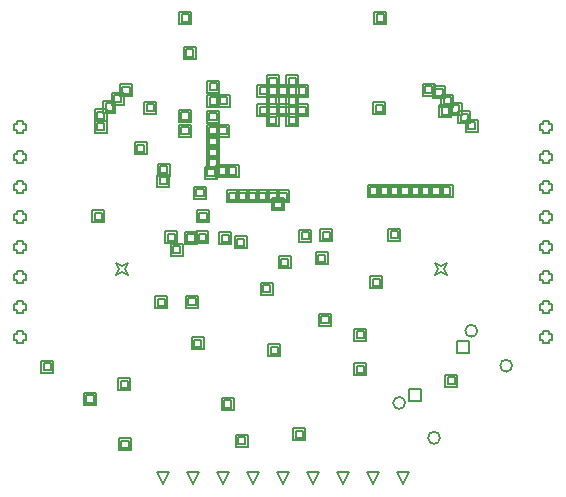
<source format=gbr>
%TF.GenerationSoftware,Altium Limited,Altium Designer,24.10.1 (45)*%
G04 Layer_Color=2752767*
%FSLAX45Y45*%
%MOMM*%
%TF.SameCoordinates,EEF0193C-C13F-4000-B0C4-A13F86DA6223*%
%TF.FilePolarity,Positive*%
%TF.FileFunction,Drawing*%
%TF.Part,Single*%
G01*
G75*
%TA.AperFunction,NonConductor*%
%ADD54C,0.12700*%
%ADD96C,0.16933*%
D54*
X1396500Y274200D02*
X1345700Y375800D01*
X1447300D01*
X1396500Y274200D01*
X1650500D02*
X1599700Y375800D01*
X1701300D01*
X1650500Y274200D01*
X1904500D02*
X1853700Y375800D01*
X1955300D01*
X1904500Y274200D01*
X2158500D02*
X2107700Y375800D01*
X2209300D01*
X2158500Y274200D01*
X2412500D02*
X2361700Y375800D01*
X2463300D01*
X2412500Y274200D01*
X2666500D02*
X2615700Y375800D01*
X2717300D01*
X2666500Y274200D01*
X2920500D02*
X2869700Y375800D01*
X2971300D01*
X2920500Y274200D01*
X3174500D02*
X3123700Y375800D01*
X3225300D01*
X3174500Y274200D01*
X3428500D02*
X3377700Y375800D01*
X3479300D01*
X3428500Y274200D01*
X4614600Y3275100D02*
Y3249700D01*
X4665400D01*
Y3275100D01*
X4690800D01*
Y3325900D01*
X4665400D01*
Y3351300D01*
X4614600D01*
Y3325900D01*
X4589200D01*
Y3275100D01*
X4614600D01*
Y3021100D02*
Y2995700D01*
X4665400D01*
Y3021100D01*
X4690800D01*
Y3071900D01*
X4665400D01*
Y3097300D01*
X4614600D01*
Y3071900D01*
X4589200D01*
Y3021100D01*
X4614600D01*
Y2767100D02*
Y2741700D01*
X4665400D01*
Y2767100D01*
X4690800D01*
Y2817900D01*
X4665400D01*
Y2843300D01*
X4614600D01*
Y2817900D01*
X4589200D01*
Y2767100D01*
X4614600D01*
Y2513100D02*
Y2487700D01*
X4665400D01*
Y2513100D01*
X4690800D01*
Y2563900D01*
X4665400D01*
Y2589300D01*
X4614600D01*
Y2563900D01*
X4589200D01*
Y2513100D01*
X4614600D01*
Y2259100D02*
Y2233700D01*
X4665400D01*
Y2259100D01*
X4690800D01*
Y2309900D01*
X4665400D01*
Y2335300D01*
X4614600D01*
Y2309900D01*
X4589200D01*
Y2259100D01*
X4614600D01*
Y2005100D02*
Y1979700D01*
X4665400D01*
Y2005100D01*
X4690800D01*
Y2055900D01*
X4665400D01*
Y2081300D01*
X4614600D01*
Y2055900D01*
X4589200D01*
Y2005100D01*
X4614600D01*
Y1751100D02*
Y1725700D01*
X4665400D01*
Y1751100D01*
X4690800D01*
Y1801900D01*
X4665400D01*
Y1827300D01*
X4614600D01*
Y1801900D01*
X4589200D01*
Y1751100D01*
X4614600D01*
Y1497100D02*
Y1471700D01*
X4665400D01*
Y1497100D01*
X4690800D01*
Y1547900D01*
X4665400D01*
Y1573300D01*
X4614600D01*
Y1547900D01*
X4589200D01*
Y1497100D01*
X4614600D01*
X3482535Y978590D02*
Y1080190D01*
X3584135D01*
Y978590D01*
X3482535D01*
X3890889Y1386944D02*
Y1488544D01*
X3992489D01*
Y1386944D01*
X3890889D01*
X164600Y1496600D02*
Y1471200D01*
X215400D01*
Y1496600D01*
X240800D01*
Y1547400D01*
X215400D01*
Y1572800D01*
X164600D01*
Y1547400D01*
X139200D01*
Y1496600D01*
X164600D01*
Y1750600D02*
Y1725200D01*
X215400D01*
Y1750600D01*
X240800D01*
Y1801400D01*
X215400D01*
Y1826800D01*
X164600D01*
Y1801400D01*
X139200D01*
Y1750600D01*
X164600D01*
Y2004600D02*
Y1979200D01*
X215400D01*
Y2004600D01*
X240800D01*
Y2055400D01*
X215400D01*
Y2080800D01*
X164600D01*
Y2055400D01*
X139200D01*
Y2004600D01*
X164600D01*
Y2258600D02*
Y2233200D01*
X215400D01*
Y2258600D01*
X240800D01*
Y2309400D01*
X215400D01*
Y2334800D01*
X164600D01*
Y2309400D01*
X139200D01*
Y2258600D01*
X164600D01*
Y2512600D02*
Y2487200D01*
X215400D01*
Y2512600D01*
X240800D01*
Y2563400D01*
X215400D01*
Y2588800D01*
X164600D01*
Y2563400D01*
X139200D01*
Y2512600D01*
X164600D01*
Y2766600D02*
Y2741200D01*
X215400D01*
Y2766600D01*
X240800D01*
Y2817400D01*
X215400D01*
Y2842800D01*
X164600D01*
Y2817400D01*
X139200D01*
Y2766600D01*
X164600D01*
Y3020600D02*
Y2995200D01*
X215400D01*
Y3020600D01*
X240800D01*
Y3071400D01*
X215400D01*
Y3096800D01*
X164600D01*
Y3071400D01*
X139200D01*
Y3020600D01*
X164600D01*
Y3274600D02*
Y3249200D01*
X215400D01*
Y3274600D01*
X240800D01*
Y3325400D01*
X215400D01*
Y3350800D01*
X164600D01*
Y3325400D01*
X139200D01*
Y3274600D01*
X164600D01*
X3699200Y2049200D02*
X3724600Y2100000D01*
X3699200Y2150800D01*
X3750000Y2125400D01*
X3800800Y2150800D01*
X3775400Y2100000D01*
X3800800Y2049200D01*
X3750000Y2074600D01*
X3699200Y2049200D01*
X999200D02*
X1024600Y2100000D01*
X999200Y2150800D01*
X1050000Y2125400D01*
X1100800Y2150800D01*
X1075400Y2100000D01*
X1100800Y2049200D01*
X1050000Y2074600D01*
X999200Y2049200D01*
X1419200Y2314200D02*
Y2415800D01*
X1520800D01*
Y2314200D01*
X1419200D01*
X1439520Y2334520D02*
Y2395480D01*
X1500480D01*
Y2334520D01*
X1439520D01*
X801700Y2491700D02*
Y2593300D01*
X903300D01*
Y2491700D01*
X801700D01*
X822020Y2512020D02*
Y2572980D01*
X882980D01*
Y2512020D01*
X822020D01*
X1661700Y2694200D02*
Y2795800D01*
X1763300D01*
Y2694200D01*
X1661700D01*
X1682020Y2714520D02*
Y2775480D01*
X1742980D01*
Y2714520D01*
X1682020D01*
X821700Y3251700D02*
Y3353300D01*
X923300D01*
Y3251700D01*
X821700D01*
X842020Y3272020D02*
Y3332980D01*
X902980D01*
Y3272020D01*
X842020D01*
X2364200Y2661700D02*
Y2763300D01*
X2465800D01*
Y2661700D01*
X2364200D01*
X2384520Y2682020D02*
Y2742980D01*
X2445480D01*
Y2682020D01*
X2384520D01*
X2321700Y2594200D02*
Y2695800D01*
X2423300D01*
Y2594200D01*
X2321700D01*
X2342020Y2614520D02*
Y2675480D01*
X2402980D01*
Y2614520D01*
X2342020D01*
X1771700Y3216700D02*
Y3318300D01*
X1873300D01*
Y3216700D01*
X1771700D01*
X1792020Y3237020D02*
Y3297980D01*
X1852980D01*
Y3237020D01*
X1792020D01*
X3749200Y2706700D02*
Y2808300D01*
X3850800D01*
Y2706700D01*
X3749200D01*
X3769520Y2727020D02*
Y2787980D01*
X3830480D01*
Y2727020D01*
X3769520D01*
X3659200Y2706700D02*
Y2808300D01*
X3760800D01*
Y2706700D01*
X3659200D01*
X3679520Y2727020D02*
Y2787980D01*
X3740480D01*
Y2727020D01*
X3679520D01*
X3739200Y3384200D02*
Y3485800D01*
X3840800D01*
Y3384200D01*
X3739200D01*
X3759520Y3404520D02*
Y3465480D01*
X3820480D01*
Y3404520D01*
X3759520D01*
X3599200Y3566700D02*
Y3668300D01*
X3700800D01*
Y3566700D01*
X3599200D01*
X3619520Y3587020D02*
Y3647980D01*
X3680480D01*
Y3587020D01*
X3619520D01*
X1861700Y3471700D02*
Y3573300D01*
X1963300D01*
Y3471700D01*
X1861700D01*
X1882020Y3492020D02*
Y3552980D01*
X1942980D01*
Y3492020D01*
X1882020D01*
X3131700Y2706700D02*
Y2808300D01*
X3233300D01*
Y2706700D01*
X3131700D01*
X3152020Y2727020D02*
Y2787980D01*
X3212980D01*
Y2727020D01*
X3152020D01*
X1754200Y2861700D02*
Y2963300D01*
X1855800D01*
Y2861700D01*
X1754200D01*
X1774520Y2882020D02*
Y2942980D01*
X1835480D01*
Y2882020D01*
X1774520D01*
X1856700Y3216700D02*
Y3318300D01*
X1958300D01*
Y3216700D01*
X1856700D01*
X1877020Y3237020D02*
Y3297980D01*
X1937980D01*
Y3237020D01*
X1877020D01*
X1771700Y3336700D02*
Y3438300D01*
X1873300D01*
Y3336700D01*
X1771700D01*
X1792020Y3357020D02*
Y3417980D01*
X1852980D01*
Y3357020D01*
X1792020D01*
X1774200Y3469200D02*
Y3570800D01*
X1875800D01*
Y3469200D01*
X1774200D01*
X1794520Y3489520D02*
Y3550480D01*
X1855480D01*
Y3489520D01*
X1794520D01*
X1774200Y3591700D02*
Y3693300D01*
X1875800D01*
Y3591700D01*
X1774200D01*
X1794520Y3612020D02*
Y3672980D01*
X1855480D01*
Y3612020D01*
X1794520D01*
X2551700Y2329200D02*
Y2430800D01*
X2653300D01*
Y2329200D01*
X2551700D01*
X2572020Y2349520D02*
Y2410480D01*
X2632980D01*
Y2349520D01*
X2572020D01*
X2729200Y2331700D02*
Y2433300D01*
X2830800D01*
Y2331700D01*
X2729200D01*
X2749520Y2352020D02*
Y2412980D01*
X2810480D01*
Y2352020D01*
X2749520D01*
X3961700Y3261700D02*
Y3363300D01*
X4063300D01*
Y3261700D01*
X3961700D01*
X3982020Y3282020D02*
Y3342980D01*
X4042980D01*
Y3282020D01*
X3982020D01*
X1874200Y2306700D02*
Y2408300D01*
X1975800D01*
Y2306700D01*
X1874200D01*
X1894520Y2327020D02*
Y2387980D01*
X1955480D01*
Y2327020D01*
X1894520D01*
X1686700Y2491700D02*
Y2593300D01*
X1788300D01*
Y2491700D01*
X1686700D01*
X1707020Y2512020D02*
Y2572980D01*
X1767980D01*
Y2512020D01*
X1707020D01*
X2501700Y649200D02*
Y750800D01*
X2603300D01*
Y649200D01*
X2501700D01*
X2522020Y669520D02*
Y730480D01*
X2582980D01*
Y669520D01*
X2522020D01*
X2014200Y591700D02*
Y693300D01*
X2115800D01*
Y591700D01*
X2014200D01*
X2034520Y612020D02*
Y672980D01*
X2095480D01*
Y612020D01*
X2034520D01*
X2691700Y2136700D02*
Y2238300D01*
X2793300D01*
Y2136700D01*
X2691700D01*
X2712020Y2157020D02*
Y2217980D01*
X2772980D01*
Y2157020D01*
X2712020D01*
X3019200Y1196700D02*
Y1298300D01*
X3120800D01*
Y1196700D01*
X3019200D01*
X3039520Y1217020D02*
Y1277980D01*
X3100480D01*
Y1217020D01*
X3039520D01*
X1896700Y904200D02*
Y1005800D01*
X1998300D01*
Y904200D01*
X1896700D01*
X1917020Y924520D02*
Y985480D01*
X1977980D01*
Y924520D01*
X1917020D01*
X3019200Y1489200D02*
Y1590800D01*
X3120800D01*
Y1489200D01*
X3019200D01*
X3039520Y1509520D02*
Y1570480D01*
X3100480D01*
Y1509520D01*
X3039520D01*
X1594200Y1769200D02*
Y1870800D01*
X1695800D01*
Y1769200D01*
X1594200D01*
X1614520Y1789520D02*
Y1850480D01*
X1675480D01*
Y1789520D01*
X1614520D01*
X3154200Y1934200D02*
Y2035800D01*
X3255800D01*
Y1934200D01*
X3154200D01*
X3174520Y1954520D02*
Y2015480D01*
X3235480D01*
Y1954520D01*
X3174520D01*
X2376700Y2104200D02*
Y2205800D01*
X2478300D01*
Y2104200D01*
X2376700D01*
X2397020Y2124520D02*
Y2185480D01*
X2457980D01*
Y2124520D01*
X2397020D01*
X2226700Y1881700D02*
Y1983300D01*
X2328300D01*
Y1881700D01*
X2226700D01*
X2247020Y1902020D02*
Y1962980D01*
X2307980D01*
Y1902020D01*
X2247020D01*
X2289200Y1359200D02*
Y1460800D01*
X2390800D01*
Y1359200D01*
X2289200D01*
X2309520Y1379520D02*
Y1440480D01*
X2370480D01*
Y1379520D01*
X2309520D01*
X3179200Y3409200D02*
Y3510800D01*
X3280800D01*
Y3409200D01*
X3179200D01*
X3199520Y3429520D02*
Y3490480D01*
X3260480D01*
Y3429520D01*
X3199520D01*
X1574200Y3876700D02*
Y3978300D01*
X1675800D01*
Y3876700D01*
X1574200D01*
X1594520Y3897020D02*
Y3957980D01*
X1655480D01*
Y3897020D01*
X1594520D01*
X1021700Y1070279D02*
Y1171879D01*
X1123300D01*
Y1070279D01*
X1021700D01*
X1042020Y1090599D02*
Y1151559D01*
X1102980D01*
Y1090599D01*
X1042020D01*
X1334200Y1764200D02*
Y1865800D01*
X1435800D01*
Y1764200D01*
X1334200D01*
X1354520Y1784520D02*
Y1845480D01*
X1415480D01*
Y1784520D01*
X1354520D01*
X1464200Y2211700D02*
Y2313300D01*
X1565800D01*
Y2211700D01*
X1464200D01*
X1484520Y2232020D02*
Y2292980D01*
X1545480D01*
Y2232020D01*
X1484520D01*
X1679200Y2314200D02*
Y2415800D01*
X1780800D01*
Y2314200D01*
X1679200D01*
X1699520Y2334520D02*
Y2395480D01*
X1760480D01*
Y2334520D01*
X1699520D01*
X2279200Y2661700D02*
Y2763300D01*
X2380800D01*
Y2661700D01*
X2279200D01*
X2299520Y2682020D02*
Y2742980D01*
X2360480D01*
Y2682020D01*
X2299520D01*
X2191700Y2661700D02*
Y2763300D01*
X2293300D01*
Y2661700D01*
X2191700D01*
X2212020Y2682020D02*
Y2742980D01*
X2272980D01*
Y2682020D01*
X2212020D01*
X2106700Y2661700D02*
Y2763300D01*
X2208300D01*
Y2661700D01*
X2106700D01*
X2127020Y2682020D02*
Y2742980D01*
X2187980D01*
Y2682020D01*
X2127020D01*
X2021700Y2661700D02*
Y2763300D01*
X2123300D01*
Y2661700D01*
X2021700D01*
X2042020Y2682020D02*
Y2742980D01*
X2102980D01*
Y2682020D01*
X2042020D01*
X1936700Y2661700D02*
Y2763300D01*
X2038300D01*
Y2661700D01*
X1936700D01*
X1957020Y2682020D02*
Y2742980D01*
X2017980D01*
Y2682020D01*
X1957020D01*
X2004200Y2271700D02*
Y2373300D01*
X2105800D01*
Y2271700D01*
X2004200D01*
X2024520Y2292020D02*
Y2352980D01*
X2085480D01*
Y2292020D01*
X2024520D01*
X1584200Y2309200D02*
Y2410800D01*
X1685800D01*
Y2309200D01*
X1584200D01*
X1604520Y2329520D02*
Y2390480D01*
X1665480D01*
Y2329520D01*
X1604520D01*
X3789200Y1101700D02*
Y1203300D01*
X3890800D01*
Y1101700D01*
X3789200D01*
X3809520Y1122020D02*
Y1182980D01*
X3870480D01*
Y1122020D01*
X3809520D01*
X1641700Y1419200D02*
Y1520800D01*
X1743300D01*
Y1419200D01*
X1641700D01*
X1662020Y1439520D02*
Y1500480D01*
X1722980D01*
Y1439520D01*
X1662020D01*
X2719200Y1616700D02*
Y1718300D01*
X2820800D01*
Y1616700D01*
X2719200D01*
X2739520Y1637020D02*
Y1697980D01*
X2800480D01*
Y1637020D01*
X2739520D01*
X3306700Y2336700D02*
Y2438300D01*
X3408300D01*
Y2336700D01*
X3306700D01*
X3327020Y2357020D02*
Y2417980D01*
X3387980D01*
Y2357020D01*
X3327020D01*
X1351700Y2794200D02*
Y2895800D01*
X1453300D01*
Y2794200D01*
X1351700D01*
X1372020Y2814520D02*
Y2875480D01*
X1432980D01*
Y2814520D01*
X1372020D01*
X1354200Y2889200D02*
Y2990800D01*
X1455800D01*
Y2889200D01*
X1354200D01*
X1374520Y2909520D02*
Y2970480D01*
X1435480D01*
Y2909520D01*
X1374520D01*
X369200Y1218931D02*
Y1320531D01*
X470800D01*
Y1218931D01*
X369200D01*
X389520Y1239251D02*
Y1300211D01*
X450480D01*
Y1239251D01*
X389520D01*
X1026431Y561700D02*
Y663300D01*
X1128031D01*
Y561700D01*
X1026431D01*
X1046751Y582020D02*
Y642980D01*
X1107711D01*
Y582020D01*
X1046751D01*
X729200Y946700D02*
Y1048300D01*
X830800D01*
Y946700D01*
X729200D01*
X749520Y967020D02*
Y1027980D01*
X810480D01*
Y967020D01*
X749520D01*
X1159200Y3069200D02*
Y3170800D01*
X1260800D01*
Y3069200D01*
X1159200D01*
X1179520Y3089520D02*
Y3150480D01*
X1240480D01*
Y3089520D01*
X1179520D01*
X1239200Y3414200D02*
Y3515800D01*
X1340800D01*
Y3414200D01*
X1239200D01*
X1259520Y3434520D02*
Y3495480D01*
X1320480D01*
Y3434520D01*
X1259520D01*
X1534200Y3341700D02*
Y3443300D01*
X1635800D01*
Y3341700D01*
X1534200D01*
X1554520Y3362020D02*
Y3422980D01*
X1615480D01*
Y3362020D01*
X1554520D01*
X3897736Y3331700D02*
Y3433300D01*
X3999336D01*
Y3331700D01*
X3897736D01*
X3918056Y3352020D02*
Y3412980D01*
X3979016D01*
Y3352020D01*
X3918056D01*
X3826315Y3401700D02*
Y3503300D01*
X3927915D01*
Y3401700D01*
X3826315D01*
X3846635Y3422020D02*
Y3482980D01*
X3907595D01*
Y3422020D01*
X3846635D01*
X1034200Y3560236D02*
Y3661836D01*
X1135800D01*
Y3560236D01*
X1034200D01*
X1054520Y3580556D02*
Y3641516D01*
X1115480D01*
Y3580556D01*
X1054520D01*
X964200Y3488815D02*
Y3590415D01*
X1065800D01*
Y3488815D01*
X964200D01*
X984520Y3509135D02*
Y3570095D01*
X1045480D01*
Y3509135D01*
X984520D01*
X3754858Y3471700D02*
Y3573300D01*
X3856458D01*
Y3471700D01*
X3754858D01*
X3775178Y3492020D02*
Y3552980D01*
X3836138D01*
Y3492020D01*
X3775178D01*
X3684200Y3544200D02*
Y3645800D01*
X3785800D01*
Y3544200D01*
X3684200D01*
X3704520Y3564520D02*
Y3625480D01*
X3765480D01*
Y3564520D01*
X3704520D01*
X820937Y3349200D02*
Y3450800D01*
X922537D01*
Y3349200D01*
X820937D01*
X841257Y3369520D02*
Y3430480D01*
X902217D01*
Y3369520D01*
X841257D01*
X891700Y3419200D02*
Y3520800D01*
X993300D01*
Y3419200D01*
X891700D01*
X912020Y3439520D02*
Y3500480D01*
X972980D01*
Y3439520D01*
X912020D01*
X3221700Y2706700D02*
Y2808300D01*
X3323300D01*
Y2706700D01*
X3221700D01*
X3242020Y2727020D02*
Y2787980D01*
X3302980D01*
Y2727020D01*
X3242020D01*
X3309200Y2706700D02*
Y2808300D01*
X3410800D01*
Y2706700D01*
X3309200D01*
X3329520Y2727020D02*
Y2787980D01*
X3390480D01*
Y2727020D01*
X3329520D01*
X3571700Y2706700D02*
Y2808300D01*
X3673300D01*
Y2706700D01*
X3571700D01*
X3592020Y2727020D02*
Y2787980D01*
X3652980D01*
Y2727020D01*
X3592020D01*
X3484200Y2706700D02*
Y2808300D01*
X3585800D01*
Y2706700D01*
X3484200D01*
X3504520Y2727020D02*
Y2787980D01*
X3565480D01*
Y2727020D01*
X3504520D01*
X3396700Y2706700D02*
Y2808300D01*
X3498300D01*
Y2706700D01*
X3396700D01*
X3417020Y2727020D02*
Y2787980D01*
X3477980D01*
Y2727020D01*
X3417020D01*
X3186700Y4171700D02*
Y4273300D01*
X3288300D01*
Y4171700D01*
X3186700D01*
X3207020Y4192020D02*
Y4252980D01*
X3267980D01*
Y4192020D01*
X3207020D01*
X1536700Y4171700D02*
Y4273300D01*
X1638300D01*
Y4171700D01*
X1536700D01*
X1557020Y4192020D02*
Y4252980D01*
X1617980D01*
Y4192020D01*
X1557020D01*
X1771700Y2944200D02*
Y3045800D01*
X1873300D01*
Y2944200D01*
X1771700D01*
X1792020Y2964520D02*
Y3025480D01*
X1852980D01*
Y2964520D01*
X1792020D01*
X1771700Y3034200D02*
Y3135800D01*
X1873300D01*
Y3034200D01*
X1771700D01*
X1792020Y3054520D02*
Y3115480D01*
X1852980D01*
Y3054520D01*
X1792020D01*
X1771700Y3124200D02*
Y3225800D01*
X1873300D01*
Y3124200D01*
X1771700D01*
X1792020Y3144520D02*
Y3205480D01*
X1852980D01*
Y3144520D01*
X1792020D01*
X1936700Y2876700D02*
Y2978300D01*
X2038300D01*
Y2876700D01*
X1936700D01*
X1957020Y2897020D02*
Y2957980D01*
X2017980D01*
Y2897020D01*
X1957020D01*
X1851700Y2876700D02*
Y2978300D01*
X1953300D01*
Y2876700D01*
X1851700D01*
X1872020Y2897020D02*
Y2957980D01*
X1932980D01*
Y2897020D01*
X1872020D01*
X1534200Y3216700D02*
Y3318300D01*
X1635800D01*
Y3216700D01*
X1534200D01*
X1554520Y3237020D02*
Y3297980D01*
X1615480D01*
Y3237020D01*
X1554520D01*
X2441700Y3306700D02*
Y3408300D01*
X2543300D01*
Y3306700D01*
X2441700D01*
X2462020Y3327020D02*
Y3387980D01*
X2522980D01*
Y3327020D01*
X2462020D01*
X2441700Y3469200D02*
Y3570800D01*
X2543300D01*
Y3469200D01*
X2441700D01*
X2462020Y3489520D02*
Y3550480D01*
X2522980D01*
Y3489520D01*
X2462020D01*
X2276700Y3471700D02*
Y3573300D01*
X2378300D01*
Y3471700D01*
X2276700D01*
X2297020Y3492020D02*
Y3552980D01*
X2357980D01*
Y3492020D01*
X2297020D01*
X2276700Y3306700D02*
Y3408300D01*
X2378300D01*
Y3306700D01*
X2276700D01*
X2297020Y3327020D02*
Y3387980D01*
X2357980D01*
Y3327020D01*
X2297020D01*
X2196700Y3391700D02*
Y3493300D01*
X2298300D01*
Y3391700D01*
X2196700D01*
X2217020Y3412020D02*
Y3472980D01*
X2277980D01*
Y3412020D01*
X2217020D01*
X2364200Y3554200D02*
Y3655800D01*
X2465800D01*
Y3554200D01*
X2364200D01*
X2384520Y3574520D02*
Y3635480D01*
X2445480D01*
Y3574520D01*
X2384520D01*
X2444200Y3636700D02*
Y3738300D01*
X2545800D01*
Y3636700D01*
X2444200D01*
X2464520Y3657020D02*
Y3717980D01*
X2525480D01*
Y3657020D01*
X2464520D01*
X2279200Y3636700D02*
Y3738300D01*
X2380800D01*
Y3636700D01*
X2279200D01*
X2299520Y3657020D02*
Y3717980D01*
X2360480D01*
Y3657020D01*
X2299520D01*
X2196700Y3556700D02*
Y3658300D01*
X2298300D01*
Y3556700D01*
X2196700D01*
X2217020Y3577020D02*
Y3637980D01*
X2277980D01*
Y3577020D01*
X2217020D01*
X2361700Y3389200D02*
Y3490800D01*
X2463300D01*
Y3389200D01*
X2361700D01*
X2382020Y3409520D02*
Y3470480D01*
X2442980D01*
Y3409520D01*
X2382020D01*
X2526700Y3554200D02*
Y3655800D01*
X2628300D01*
Y3554200D01*
X2526700D01*
X2547020Y3574520D02*
Y3635480D01*
X2607980D01*
Y3574520D01*
X2547020D01*
X2524200Y3391700D02*
Y3493300D01*
X2625800D01*
Y3391700D01*
X2524200D01*
X2544520Y3412020D02*
Y3472980D01*
X2605480D01*
Y3412020D01*
X2544520D01*
D96*
X3448663Y964038D02*
G03*
X3448663Y964038I-50800J0D01*
G01*
X4059608Y1574983D02*
G03*
X4059608Y1574983I-50800J0D01*
G01*
X4355184Y1279407D02*
G03*
X4355184Y1279407I-50800J0D01*
G01*
X3744240Y668462D02*
G03*
X3744240Y668462I-50800J0D01*
G01*
%TF.MD5,4c246813d585feac5a6b32493410465d*%
M02*

</source>
